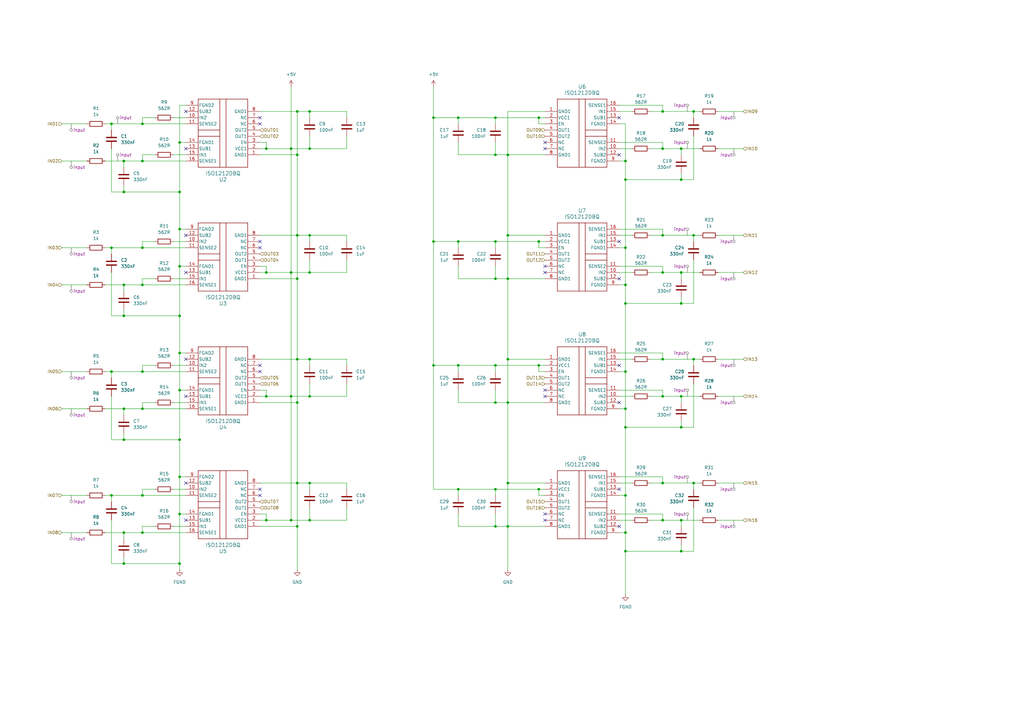
<source format=kicad_sch>
(kicad_sch (version 20231120) (generator "eeschema") (generator_version "8.0")
  (paper "A3")
  (junction (at 121.92 96.52))
  (junction (at 208.28 63.5))
  (junction (at 271.78 198.12))
  (junction (at 119.38 162.56))
  (junction (at 127 198.12))
  (junction (at 271.78 162.56))
  (junction (at 220.98 48.26))
  (junction (at 279.4 162.56))
  (junction (at 203.2 99.06))
  (junction (at 256.54 66.04))
  (junction (at 121.92 45.72))
  (junction (at 50.8 78.74))
  (junction (at 73.66 195.58))
  (junction (at 58.42 101.6))
  (junction (at 121.92 63.5))
  (junction (at 177.8 48.26))
  (junction (at 203.2 149.86))
  (junction (at 203.2 48.26))
  (junction (at 279.4 175.26))
  (junction (at 50.8 218.44))
  (junction (at 256.54 116.84))
  (junction (at 127 213.36))
  (junction (at 127 147.32))
  (junction (at 50.8 180.34))
  (junction (at 127 45.72))
  (junction (at 220.98 200.66))
  (junction (at 187.96 200.66))
  (junction (at 271.78 111.76))
  (junction (at 187.96 149.86))
  (junction (at 50.8 231.14))
  (junction (at 127 60.96))
  (junction (at 284.48 45.72))
  (junction (at 58.42 152.4))
  (junction (at 279.4 73.66))
  (junction (at 73.66 93.98))
  (junction (at 58.42 116.84))
  (junction (at 119.38 213.36))
  (junction (at 127 111.76))
  (junction (at 279.4 111.76))
  (junction (at 73.66 109.22))
  (junction (at 50.8 66.04))
  (junction (at 256.54 218.44))
  (junction (at 73.66 78.74))
  (junction (at 121.92 198.12))
  (junction (at 73.66 210.82))
  (junction (at 284.48 147.32))
  (junction (at 208.28 198.12))
  (junction (at 58.42 167.64))
  (junction (at 220.98 149.86))
  (junction (at 58.42 50.8))
  (junction (at 208.28 147.32))
  (junction (at 208.28 96.52))
  (junction (at 73.66 144.78))
  (junction (at 203.2 215.9))
  (junction (at 119.38 60.96))
  (junction (at 109.22 111.76))
  (junction (at 50.8 116.84))
  (junction (at 121.92 114.3))
  (junction (at 203.2 200.66))
  (junction (at 284.48 96.52))
  (junction (at 284.48 198.12))
  (junction (at 187.96 48.26))
  (junction (at 177.8 99.06))
  (junction (at 127 162.56))
  (junction (at 73.66 180.34))
  (junction (at 256.54 101.6))
  (junction (at 256.54 226.06))
  (junction (at 271.78 45.72))
  (junction (at 45.72 203.2))
  (junction (at 50.8 167.64))
  (junction (at 279.4 60.96))
  (junction (at 256.54 124.46))
  (junction (at 45.72 152.4))
  (junction (at 256.54 73.66))
  (junction (at 109.22 60.96))
  (junction (at 203.2 114.3))
  (junction (at 203.2 63.5))
  (junction (at 121.92 165.1))
  (junction (at 220.98 99.06))
  (junction (at 121.92 147.32))
  (junction (at 256.54 152.4))
  (junction (at 45.72 50.8))
  (junction (at 256.54 203.2))
  (junction (at 208.28 215.9))
  (junction (at 271.78 96.52))
  (junction (at 73.66 231.14))
  (junction (at 256.54 175.26))
  (junction (at 208.28 114.3))
  (junction (at 177.8 149.86))
  (junction (at 279.4 226.06))
  (junction (at 119.38 111.76))
  (junction (at 58.42 218.44))
  (junction (at 45.72 101.6))
  (junction (at 279.4 124.46))
  (junction (at 208.28 165.1))
  (junction (at 58.42 66.04))
  (junction (at 58.42 203.2))
  (junction (at 73.66 58.42))
  (junction (at 203.2 165.1))
  (junction (at 121.92 215.9))
  (junction (at 271.78 60.96))
  (junction (at 187.96 99.06))
  (junction (at 109.22 162.56))
  (junction (at 271.78 213.36))
  (junction (at 271.78 147.32))
  (junction (at 127 96.52))
  (junction (at 109.22 213.36))
  (junction (at 73.66 160.02))
  (junction (at 256.54 167.64))
  (junction (at 50.8 129.54))
  (junction (at 279.4 213.36))
  (junction (at 73.66 129.54))
  (no_connect (at 106.68 203.2))
  (no_connect (at 223.52 58.42))
  (no_connect (at 76.2 147.32))
  (no_connect (at 76.2 213.36))
  (no_connect (at 106.68 152.4))
  (no_connect (at 76.2 45.72))
  (no_connect (at 254 165.1))
  (no_connect (at 223.52 162.56))
  (no_connect (at 223.52 210.82))
  (no_connect (at 76.2 60.96))
  (no_connect (at 254 48.26))
  (no_connect (at 106.68 101.6))
  (no_connect (at 223.52 60.96))
  (no_connect (at 106.68 48.26))
  (no_connect (at 223.52 111.76))
  (no_connect (at 76.2 162.56))
  (no_connect (at 254 200.66))
  (no_connect (at 76.2 111.76))
  (no_connect (at 223.52 160.02))
  (no_connect (at 254 114.3))
  (no_connect (at 254 149.86))
  (no_connect (at 76.2 96.52))
  (no_connect (at 106.68 149.86))
  (no_connect (at 106.68 200.66))
  (no_connect (at 254 99.06))
  (no_connect (at 223.52 109.22))
  (no_connect (at 106.68 99.06))
  (no_connect (at 254 63.5))
  (no_connect (at 76.2 198.12))
  (no_connect (at 223.52 213.36))
  (no_connect (at 106.68 50.8))
  (no_connect (at 254 215.9))
  (wire (pts (xy 266.7 147.32) (xy 271.78 147.32)))
  (wire (pts (xy 106.68 213.36) (xy 109.22 213.36)))
  (wire (pts (xy 223.52 147.32) (xy 208.28 147.32)))
  (wire (pts (xy 121.92 198.12) (xy 121.92 215.9)))
  (wire (pts (xy 177.8 200.66) (xy 177.8 149.86)))
  (wire (pts (xy 287.02 213.36) (xy 279.4 213.36)))
  (wire (pts (xy 71.12 200.66) (xy 76.2 200.66)))
  (wire (pts (xy 58.42 167.64) (xy 76.2 167.64)))
  (wire (pts (xy 25.4 218.44) (xy 35.56 218.44)))
  (wire (pts (xy 121.92 45.72) (xy 121.92 63.5)))
  (wire (pts (xy 109.22 60.96) (xy 119.38 60.96)))
  (wire (pts (xy 73.66 93.98) (xy 73.66 109.22)))
  (wire (pts (xy 284.48 200.66) (xy 284.48 198.12)))
  (wire (pts (xy 284.48 99.06) (xy 284.48 96.52)))
  (wire (pts (xy 25.4 203.2) (xy 35.56 203.2)))
  (wire (pts (xy 127 157.48) (xy 127 162.56)))
  (wire (pts (xy 266.7 162.56) (xy 271.78 162.56)))
  (wire (pts (xy 284.48 175.26) (xy 279.4 175.26)))
  (wire (pts (xy 76.2 160.02) (xy 73.66 160.02)))
  (wire (pts (xy 109.22 213.36) (xy 119.38 213.36)))
  (wire (pts (xy 256.54 152.4) (xy 256.54 124.46)))
  (wire (pts (xy 76.2 210.82) (xy 73.66 210.82)))
  (wire (pts (xy 71.12 99.06) (xy 76.2 99.06)))
  (wire (pts (xy 73.66 129.54) (xy 73.66 144.78)))
  (wire (pts (xy 76.2 93.98) (xy 73.66 93.98)))
  (wire (pts (xy 279.4 213.36) (xy 271.78 213.36)))
  (wire (pts (xy 45.72 111.76) (xy 45.72 129.54)))
  (wire (pts (xy 187.96 165.1) (xy 203.2 165.1)))
  (wire (pts (xy 203.2 152.4) (xy 203.2 149.86)))
  (wire (pts (xy 256.54 203.2) (xy 254 203.2)))
  (wire (pts (xy 106.68 165.1) (xy 121.92 165.1)))
  (wire (pts (xy 223.52 152.4) (xy 220.98 152.4)))
  (wire (pts (xy 220.98 48.26) (xy 220.98 50.8)))
  (wire (pts (xy 109.22 210.82) (xy 109.22 213.36)))
  (wire (pts (xy 279.4 111.76) (xy 271.78 111.76)))
  (wire (pts (xy 287.02 147.32) (xy 284.48 147.32)))
  (wire (pts (xy 127 45.72) (xy 142.24 45.72)))
  (wire (pts (xy 177.8 200.66) (xy 187.96 200.66)))
  (wire (pts (xy 63.5 48.26) (xy 58.42 48.26)))
  (wire (pts (xy 109.22 160.02) (xy 109.22 162.56)))
  (wire (pts (xy 256.54 101.6) (xy 256.54 73.66)))
  (wire (pts (xy 287.02 162.56) (xy 279.4 162.56)))
  (wire (pts (xy 63.5 149.86) (xy 58.42 149.86)))
  (wire (pts (xy 50.8 228.6) (xy 50.8 231.14)))
  (wire (pts (xy 58.42 50.8) (xy 76.2 50.8)))
  (wire (pts (xy 256.54 175.26) (xy 279.4 175.26)))
  (wire (pts (xy 119.38 111.76) (xy 127 111.76)))
  (wire (pts (xy 63.5 215.9) (xy 58.42 215.9)))
  (wire (pts (xy 208.28 63.5) (xy 208.28 96.52)))
  (wire (pts (xy 271.78 160.02) (xy 271.78 162.56)))
  (wire (pts (xy 208.28 147.32) (xy 208.28 165.1)))
  (wire (pts (xy 187.96 215.9) (xy 203.2 215.9)))
  (wire (pts (xy 119.38 111.76) (xy 119.38 162.56)))
  (wire (pts (xy 254 111.76) (xy 259.08 111.76)))
  (wire (pts (xy 284.48 226.06) (xy 279.4 226.06)))
  (wire (pts (xy 25.4 152.4) (xy 35.56 152.4)))
  (wire (pts (xy 142.24 111.76) (xy 127 111.76)))
  (wire (pts (xy 43.18 50.8) (xy 45.72 50.8)))
  (wire (pts (xy 106.68 147.32) (xy 121.92 147.32)))
  (wire (pts (xy 45.72 154.94) (xy 45.72 152.4)))
  (wire (pts (xy 76.2 43.18) (xy 73.66 43.18)))
  (wire (pts (xy 254 58.42) (xy 271.78 58.42)))
  (wire (pts (xy 203.2 63.5) (xy 208.28 63.5)))
  (wire (pts (xy 256.54 152.4) (xy 254 152.4)))
  (wire (pts (xy 50.8 218.44) (xy 50.8 220.98)))
  (wire (pts (xy 63.5 63.5) (xy 58.42 63.5)))
  (wire (pts (xy 76.2 195.58) (xy 73.66 195.58)))
  (wire (pts (xy 254 116.84) (xy 256.54 116.84)))
  (wire (pts (xy 58.42 218.44) (xy 76.2 218.44)))
  (wire (pts (xy 203.2 210.82) (xy 203.2 215.9)))
  (wire (pts (xy 254 195.58) (xy 271.78 195.58)))
  (wire (pts (xy 187.96 101.6) (xy 187.96 99.06)))
  (wire (pts (xy 50.8 76.2) (xy 50.8 78.74)))
  (wire (pts (xy 271.78 96.52) (xy 284.48 96.52)))
  (wire (pts (xy 187.96 200.66) (xy 203.2 200.66)))
  (wire (pts (xy 25.4 101.6) (xy 35.56 101.6)))
  (wire (pts (xy 223.52 215.9) (xy 208.28 215.9)))
  (wire (pts (xy 187.96 203.2) (xy 187.96 200.66)))
  (wire (pts (xy 109.22 162.56) (xy 119.38 162.56)))
  (wire (pts (xy 45.72 60.96) (xy 45.72 78.74)))
  (wire (pts (xy 279.4 162.56) (xy 271.78 162.56)))
  (wire (pts (xy 266.7 96.52) (xy 271.78 96.52)))
  (wire (pts (xy 271.78 195.58) (xy 271.78 198.12)))
  (wire (pts (xy 254 93.98) (xy 271.78 93.98)))
  (wire (pts (xy 279.4 213.36) (xy 279.4 215.9)))
  (wire (pts (xy 256.54 73.66) (xy 256.54 66.04)))
  (wire (pts (xy 256.54 101.6) (xy 254 101.6)))
  (wire (pts (xy 223.52 198.12) (xy 208.28 198.12)))
  (wire (pts (xy 25.4 116.84) (xy 35.56 116.84)))
  (wire (pts (xy 203.2 215.9) (xy 208.28 215.9)))
  (wire (pts (xy 76.2 109.22) (xy 73.66 109.22)))
  (wire (pts (xy 50.8 66.04) (xy 50.8 68.58)))
  (wire (pts (xy 220.98 48.26) (xy 223.52 48.26)))
  (wire (pts (xy 127 213.36) (xy 119.38 213.36)))
  (wire (pts (xy 142.24 48.26) (xy 142.24 45.72)))
  (wire (pts (xy 73.66 78.74) (xy 73.66 93.98)))
  (wire (pts (xy 254 213.36) (xy 259.08 213.36)))
  (wire (pts (xy 256.54 203.2) (xy 256.54 175.26)))
  (wire (pts (xy 76.2 58.42) (xy 73.66 58.42)))
  (wire (pts (xy 254 147.32) (xy 259.08 147.32)))
  (wire (pts (xy 50.8 218.44) (xy 58.42 218.44)))
  (wire (pts (xy 208.28 96.52) (xy 208.28 114.3)))
  (wire (pts (xy 106.68 96.52) (xy 121.92 96.52)))
  (wire (pts (xy 177.8 149.86) (xy 177.8 99.06)))
  (wire (pts (xy 63.5 165.1) (xy 58.42 165.1)))
  (wire (pts (xy 73.66 231.14) (xy 73.66 233.68)))
  (wire (pts (xy 119.38 35.56) (xy 119.38 60.96)))
  (wire (pts (xy 279.4 111.76) (xy 279.4 114.3)))
  (wire (pts (xy 223.52 203.2) (xy 220.98 203.2)))
  (wire (pts (xy 45.72 53.34) (xy 45.72 50.8)))
  (wire (pts (xy 142.24 208.28) (xy 142.24 213.36)))
  (wire (pts (xy 106.68 45.72) (xy 121.92 45.72)))
  (wire (pts (xy 254 218.44) (xy 256.54 218.44)))
  (wire (pts (xy 304.8 213.36) (xy 294.64 213.36)))
  (wire (pts (xy 127 149.86) (xy 127 147.32)))
  (wire (pts (xy 271.78 198.12) (xy 284.48 198.12)))
  (wire (pts (xy 71.12 165.1) (xy 76.2 165.1)))
  (wire (pts (xy 45.72 231.14) (xy 50.8 231.14)))
  (wire (pts (xy 43.18 66.04) (xy 50.8 66.04)))
  (wire (pts (xy 203.2 149.86) (xy 220.98 149.86)))
  (wire (pts (xy 121.92 215.9) (xy 121.92 233.68)))
  (wire (pts (xy 45.72 203.2) (xy 58.42 203.2)))
  (wire (pts (xy 266.7 60.96) (xy 271.78 60.96)))
  (wire (pts (xy 142.24 99.06) (xy 142.24 96.52)))
  (wire (pts (xy 203.2 160.02) (xy 203.2 165.1)))
  (wire (pts (xy 177.8 99.06) (xy 187.96 99.06)))
  (wire (pts (xy 271.78 147.32) (xy 284.48 147.32)))
  (wire (pts (xy 25.4 167.64) (xy 35.56 167.64)))
  (wire (pts (xy 142.24 106.68) (xy 142.24 111.76)))
  (wire (pts (xy 284.48 157.48) (xy 284.48 175.26)))
  (wire (pts (xy 121.92 165.1) (xy 121.92 198.12)))
  (wire (pts (xy 187.96 50.8) (xy 187.96 48.26)))
  (wire (pts (xy 187.96 152.4) (xy 187.96 149.86)))
  (wire (pts (xy 127 48.26) (xy 127 45.72)))
  (wire (pts (xy 50.8 116.84) (xy 50.8 119.38)))
  (wire (pts (xy 142.24 200.66) (xy 142.24 198.12)))
  (wire (pts (xy 203.2 165.1) (xy 208.28 165.1)))
  (wire (pts (xy 271.78 109.22) (xy 271.78 111.76)))
  (wire (pts (xy 256.54 218.44) (xy 256.54 203.2)))
  (wire (pts (xy 203.2 200.66) (xy 220.98 200.66)))
  (wire (pts (xy 58.42 99.06) (xy 58.42 101.6)))
  (wire (pts (xy 142.24 60.96) (xy 127 60.96)))
  (wire (pts (xy 254 109.22) (xy 271.78 109.22)))
  (wire (pts (xy 203.2 109.22) (xy 203.2 114.3)))
  (wire (pts (xy 71.12 149.86) (xy 76.2 149.86)))
  (wire (pts (xy 76.2 144.78) (xy 73.66 144.78)))
  (wire (pts (xy 142.24 213.36) (xy 127 213.36)))
  (wire (pts (xy 271.78 58.42) (xy 271.78 60.96)))
  (wire (pts (xy 256.54 226.06) (xy 256.54 218.44)))
  (wire (pts (xy 45.72 104.14) (xy 45.72 101.6)))
  (wire (pts (xy 220.98 99.06) (xy 223.52 99.06)))
  (wire (pts (xy 142.24 157.48) (xy 142.24 162.56)))
  (wire (pts (xy 223.52 114.3) (xy 208.28 114.3)))
  (wire (pts (xy 254 45.72) (xy 259.08 45.72)))
  (wire (pts (xy 254 162.56) (xy 259.08 162.56)))
  (wire (pts (xy 279.4 223.52) (xy 279.4 226.06)))
  (wire (pts (xy 50.8 127) (xy 50.8 129.54)))
  (wire (pts (xy 50.8 116.84) (xy 58.42 116.84)))
  (wire (pts (xy 71.12 48.26) (xy 76.2 48.26)))
  (wire (pts (xy 203.2 48.26) (xy 220.98 48.26)))
  (wire (pts (xy 45.72 213.36) (xy 45.72 231.14)))
  (wire (pts (xy 25.4 50.8) (xy 35.56 50.8)))
  (wire (pts (xy 256.54 243.84) (xy 256.54 226.06)))
  (wire (pts (xy 106.68 162.56) (xy 109.22 162.56)))
  (wire (pts (xy 203.2 58.42) (xy 203.2 63.5)))
  (wire (pts (xy 223.52 96.52) (xy 208.28 96.52)))
  (wire (pts (xy 223.52 50.8) (xy 220.98 50.8)))
  (wire (pts (xy 109.22 111.76) (xy 119.38 111.76)))
  (wire (pts (xy 43.18 101.6) (xy 45.72 101.6)))
  (wire (pts (xy 121.92 198.12) (xy 127 198.12)))
  (wire (pts (xy 279.4 60.96) (xy 279.4 63.5)))
  (wire (pts (xy 121.92 63.5) (xy 121.92 96.52)))
  (wire (pts (xy 45.72 78.74) (xy 50.8 78.74)))
  (wire (pts (xy 73.66 58.42) (xy 73.66 78.74)))
  (wire (pts (xy 208.28 45.72) (xy 208.28 63.5)))
  (wire (pts (xy 256.54 175.26) (xy 256.54 167.64)))
  (wire (pts (xy 50.8 129.54) (xy 73.66 129.54)))
  (wire (pts (xy 271.78 210.82) (xy 271.78 213.36)))
  (wire (pts (xy 121.92 45.72) (xy 127 45.72)))
  (wire (pts (xy 284.48 48.26) (xy 284.48 45.72)))
  (wire (pts (xy 279.4 121.92) (xy 279.4 124.46)))
  (wire (pts (xy 119.38 162.56) (xy 119.38 213.36)))
  (wire (pts (xy 254 43.18) (xy 271.78 43.18)))
  (wire (pts (xy 287.02 60.96) (xy 279.4 60.96)))
  (wire (pts (xy 187.96 160.02) (xy 187.96 165.1)))
  (wire (pts (xy 220.98 200.66) (xy 223.52 200.66)))
  (wire (pts (xy 304.8 198.12) (xy 294.64 198.12)))
  (wire (pts (xy 284.48 124.46) (xy 279.4 124.46)))
  (wire (pts (xy 127 55.88) (xy 127 60.96)))
  (wire (pts (xy 73.66 160.02) (xy 73.66 180.34)))
  (wire (pts (xy 45.72 101.6) (xy 58.42 101.6)))
  (wire (pts (xy 50.8 167.64) (xy 58.42 167.64)))
  (wire (pts (xy 121.92 147.32) (xy 121.92 165.1)))
  (wire (pts (xy 284.48 208.28) (xy 284.48 226.06)))
  (wire (pts (xy 254 96.52) (xy 259.08 96.52)))
  (wire (pts (xy 271.78 144.78) (xy 271.78 147.32)))
  (wire (pts (xy 304.8 111.76) (xy 294.64 111.76)))
  (wire (pts (xy 266.7 45.72) (xy 271.78 45.72)))
  (wire (pts (xy 254 167.64) (xy 256.54 167.64)))
  (wire (pts (xy 71.12 215.9) (xy 76.2 215.9)))
  (wire (pts (xy 106.68 58.42) (xy 109.22 58.42)))
  (wire (pts (xy 45.72 162.56) (xy 45.72 180.34)))
  (wire (pts (xy 50.8 78.74) (xy 73.66 78.74)))
  (wire (pts (xy 45.72 205.74) (xy 45.72 203.2)))
  (wire (pts (xy 127 99.06) (xy 127 96.52)))
  (wire (pts (xy 106.68 210.82) (xy 109.22 210.82)))
  (wire (pts (xy 63.5 114.3) (xy 58.42 114.3)))
  (wire (pts (xy 127 106.68) (xy 127 111.76)))
  (wire (pts (xy 106.68 215.9) (xy 121.92 215.9)))
  (wire (pts (xy 58.42 152.4) (xy 76.2 152.4)))
  (wire (pts (xy 254 210.82) (xy 271.78 210.82)))
  (wire (pts (xy 271.78 93.98) (xy 271.78 96.52)))
  (wire (pts (xy 220.98 99.06) (xy 220.98 101.6)))
  (wire (pts (xy 127 208.28) (xy 127 213.36)))
  (wire (pts (xy 43.18 218.44) (xy 50.8 218.44)))
  (wire (pts (xy 203.2 99.06) (xy 220.98 99.06)))
  (wire (pts (xy 127 96.52) (xy 142.24 96.52)))
  (wire (pts (xy 127 162.56) (xy 119.38 162.56)))
  (wire (pts (xy 121.92 96.52) (xy 121.92 114.3)))
  (wire (pts (xy 58.42 66.04) (xy 76.2 66.04)))
  (wire (pts (xy 220.98 200.66) (xy 220.98 203.2)))
  (wire (pts (xy 266.7 111.76) (xy 271.78 111.76)))
  (wire (pts (xy 58.42 63.5) (xy 58.42 66.04)))
  (wire (pts (xy 284.48 73.66) (xy 279.4 73.66)))
  (wire (pts (xy 58.42 116.84) (xy 76.2 116.84)))
  (wire (pts (xy 187.96 149.86) (xy 203.2 149.86)))
  (wire (pts (xy 58.42 203.2) (xy 76.2 203.2)))
  (wire (pts (xy 50.8 231.14) (xy 73.66 231.14)))
  (wire (pts (xy 187.96 210.82) (xy 187.96 215.9)))
  (wire (pts (xy 58.42 149.86) (xy 58.42 152.4)))
  (wire (pts (xy 109.22 58.42) (xy 109.22 60.96)))
  (wire (pts (xy 256.54 167.64) (xy 256.54 152.4)))
  (wire (pts (xy 287.02 111.76) (xy 279.4 111.76)))
  (wire (pts (xy 279.4 162.56) (xy 279.4 165.1)))
  (wire (pts (xy 106.68 109.22) (xy 109.22 109.22)))
  (wire (pts (xy 284.48 55.88) (xy 284.48 73.66)))
  (wire (pts (xy 187.96 149.86) (xy 177.8 149.86)))
  (wire (pts (xy 287.02 45.72) (xy 284.48 45.72)))
  (wire (pts (xy 73.66 210.82) (xy 73.66 231.14)))
  (wire (pts (xy 223.52 45.72) (xy 208.28 45.72)))
  (wire (pts (xy 142.24 162.56) (xy 127 162.56)))
  (wire (pts (xy 58.42 114.3) (xy 58.42 116.84)))
  (wire (pts (xy 63.5 200.66) (xy 58.42 200.66)))
  (wire (pts (xy 58.42 48.26) (xy 58.42 50.8)))
  (wire (pts (xy 106.68 60.96) (xy 109.22 60.96)))
  (wire (pts (xy 73.66 109.22) (xy 73.66 129.54)))
  (wire (pts (xy 304.8 147.32) (xy 294.64 147.32)))
  (wire (pts (xy 279.4 60.96) (xy 271.78 60.96)))
  (wire (pts (xy 271.78 43.18) (xy 271.78 45.72)))
  (wire (pts (xy 43.18 152.4) (xy 45.72 152.4)))
  (wire (pts (xy 121.92 114.3) (xy 121.92 147.32)))
  (wire (pts (xy 73.66 43.18) (xy 73.66 58.42)))
  (wire (pts (xy 203.2 114.3) (xy 208.28 114.3)))
  (wire (pts (xy 203.2 101.6) (xy 203.2 99.06)))
  (wire (pts (xy 50.8 177.8) (xy 50.8 180.34)))
  (wire (pts (xy 58.42 165.1) (xy 58.42 167.64)))
  (wire (pts (xy 287.02 96.52) (xy 284.48 96.52)))
  (wire (pts (xy 187.96 99.06) (xy 203.2 99.06)))
  (wire (pts (xy 208.28 165.1) (xy 208.28 198.12)))
  (wire (pts (xy 223.52 165.1) (xy 208.28 165.1)))
  (wire (pts (xy 254 60.96) (xy 259.08 60.96)))
  (wire (pts (xy 203.2 50.8) (xy 203.2 48.26)))
  (wire (pts (xy 121.92 96.52) (xy 127 96.52)))
  (wire (pts (xy 106.68 198.12) (xy 121.92 198.12)))
  (wire (pts (xy 208.28 215.9) (xy 208.28 233.68)))
  (wire (pts (xy 304.8 60.96) (xy 294.64 60.96)))
  (wire (pts (xy 45.72 129.54) (xy 50.8 129.54)))
  (wire (pts (xy 208.28 114.3) (xy 208.28 147.32)))
  (wire (pts (xy 256.54 66.04) (xy 256.54 50.8)))
  (wire (pts (xy 45.72 152.4) (xy 58.42 152.4)))
  (wire (pts (xy 256.54 50.8) (xy 254 50.8)))
  (wire (pts (xy 58.42 101.6) (xy 76.2 101.6)))
  (wire (pts (xy 304.8 162.56) (xy 294.64 162.56)))
  (wire (pts (xy 71.12 114.3) (xy 76.2 114.3)))
  (wire (pts (xy 279.4 71.12) (xy 279.4 73.66)))
  (wire (pts (xy 109.22 109.22) (xy 109.22 111.76)))
  (wire (pts (xy 203.2 203.2) (xy 203.2 200.66)))
  (wire (pts (xy 279.4 172.72) (xy 279.4 175.26)))
  (wire (pts (xy 266.7 213.36) (xy 271.78 213.36)))
  (wire (pts (xy 43.18 203.2) (xy 45.72 203.2)))
  (wire (pts (xy 58.42 200.66) (xy 58.42 203.2)))
  (wire (pts (xy 266.7 198.12) (xy 271.78 198.12)))
  (wire (pts (xy 187.96 58.42) (xy 187.96 63.5)))
  (wire (pts (xy 256.54 124.46) (xy 279.4 124.46)))
  (wire (pts (xy 119.38 60.96) (xy 119.38 111.76)))
  (wire (pts (xy 50.8 167.64) (xy 50.8 170.18)))
  (wire (pts (xy 304.8 96.52) (xy 294.64 96.52)))
  (wire (pts (xy 43.18 116.84) (xy 50.8 116.84)))
  (wire (pts (xy 256.54 124.46) (xy 256.54 116.84)))
  (wire (pts (xy 177.8 48.26) (xy 187.96 48.26)))
  (wire (pts (xy 254 144.78) (xy 271.78 144.78)))
  (wire (pts (xy 187.96 109.22) (xy 187.96 114.3)))
  (wire (pts (xy 177.8 48.26) (xy 177.8 99.06)))
  (wire (pts (xy 187.96 114.3) (xy 203.2 114.3)))
  (wire (pts (xy 106.68 114.3) (xy 121.92 114.3)))
  (wire (pts (xy 50.8 66.04) (xy 58.42 66.04)))
  (wire (pts (xy 284.48 106.68) (xy 284.48 124.46)))
  (wire (pts (xy 304.8 45.72) (xy 294.64 45.72)))
  (wire (pts (xy 223.52 63.5) (xy 208.28 63.5)))
  (wire (pts (xy 73.66 144.78) (xy 73.66 160.02)))
  (wire (pts (xy 73.66 195.58) (xy 73.66 210.82)))
  (wire (pts (xy 63.5 99.06) (xy 58.42 99.06)))
  (wire (pts (xy 256.54 116.84) (xy 256.54 101.6)))
  (wire (pts (xy 45.72 180.34) (xy 50.8 180.34)))
  (wire (pts (xy 127 147.32) (xy 142.24 147.32)))
  (wire (pts (xy 121.92 147.32) (xy 127 147.32)))
  (wire (pts (xy 50.8 180.34) (xy 73.66 180.34)))
  (wire (pts (xy 73.66 180.34) (xy 73.66 195.58)))
  (wire (pts (xy 254 198.12) (xy 259.08 198.12)))
  (wire (pts (xy 284.48 149.86) (xy 284.48 147.32)))
  (wire (pts (xy 256.54 73.66) (xy 279.4 73.66)))
  (wire (pts (xy 106.68 111.76) (xy 109.22 111.76)))
  (wire (pts (xy 223.52 101.6) (xy 220.98 101.6)))
  (wire (pts (xy 208.28 198.12) (xy 208.28 215.9)))
  (wire (pts (xy 177.8 35.56) (xy 177.8 48.26)))
  (wire (pts (xy 71.12 63.5) (xy 76.2 63.5)))
  (wire (pts (xy 271.78 45.72) (xy 284.48 45.72)))
  (wire (pts (xy 106.68 160.02) (xy 109.22 160.02)))
  (wire (pts (xy 58.42 215.9) (xy 58.42 218.44)))
  (wire (pts (xy 25.4 66.04) (xy 35.56 66.04)))
  (wire (pts (xy 287.02 198.12) (xy 284.48 198.12)))
  (wire (pts (xy 106.68 63.5) (xy 121.92 63.5)))
  (wire (pts (xy 142.24 55.88) (xy 142.24 60.96)))
  (wire (pts (xy 220.98 149.86) (xy 223.52 149.86)))
  (wire (pts (xy 45.72 50.8) (xy 58.42 50.8)))
  (wire (pts (xy 43.18 167.64) (xy 50.8 167.64)))
  (wire (pts (xy 254 160.02) (xy 271.78 160.02)))
  (wire (pts (xy 256.54 226.06) (xy 279.4 226.06)))
  (wire (pts (xy 119.38 60.96) (xy 127 60.96)))
  (wire (pts (xy 220.98 149.86) (xy 220.98 152.4)))
  (wire (pts (xy 254 66.04) (xy 256.54 66.04)))
  (wire (pts (xy 187.96 63.5) (xy 203.2 63.5)))
  (wire (pts (xy 127 200.66) (xy 127 198.12)))
  (wire (pts (xy 127 198.12) (xy 142.24 198.12)))
  (wire (pts (xy 187.96 48.26) (xy 203.2 48.26)))
  (wire (pts (xy 142.24 149.86) (xy 142.24 147.32)))
  (hierarchical_label "OUT13" (shape input) (at 223.52 154.94 180))
  (hierarchical_label "IN11" (shape input) (at 304.8 96.52 0))
  (hierarchical_label "IN16" (shape input) (at 304.8 213.36 0))
  (hierarchical_label "IN06" (shape input) (at 25.4 167.64 180))
  (hierarchical_label "OUT12" (shape input) (at 223.52 106.68 180))
  (hierarchical_label "IN03" (shape input) (at 25.4 101.6 180))
  (hierarchical_label "OUT03" (shape input) (at 106.68 104.14 0))
  (hierarchical_label "IN09" (shape input) (at 304.8 45.72 0))
  (hierarchical_label "OUT04" (shape input) (at 106.68 106.68 0))
  (hierarchical_label "OUT15" (shape input) (at 223.52 205.74 180))
  (hierarchical_label "IN14" (shape input) (at 304.8 162.56 0))
  (hierarchical_label "OUT07" (shape input) (at 106.68 205.74 0))
  (hierarchical_label "OUT16" (shape input) (at 223.52 208.28 180))
  (hierarchical_label "OUT10" (shape input) (at 223.52 55.88 180))
  (hierarchical_label "OUT09" (shape input) (at 223.52 53.34 180))
  (hierarchical_label "IN08" (shape input) (at 25.4 218.44 180))
  (hierarchical_label "OUT11" (shape input) (at 223.52 104.14 180))
  (hierarchical_label "OUT08" (shape input) (at 106.68 208.28 0))
  (hierarchical_label "OUT05" (shape input) (at 106.68 154.94 0))
  (hierarchical_label "OUT01" (shape input) (at 106.68 53.34 0))
  (hierarchical_label "OUT02" (shape input) (at 106.68 55.88 0))
  (hierarchical_label "IN12" (shape input) (at 304.8 111.76 0))
  (hierarchical_label "IN07" (shape input) (at 25.4 203.2 180))
  (hierarchical_label "IN04" (shape input) (at 25.4 116.84 180))
  (hierarchical_label "OUT06" (shape input) (at 106.68 157.48 0))
  (hierarchical_label "OUT14" (shape input) (at 223.52 157.48 180))
  (hierarchical_label "IN01" (shape input) (at 25.4 50.8 180))
  (hierarchical_label "IN02" (shape input) (at 25.4 66.04 180))
  (hierarchical_label "IN05" (shape input) (at 25.4 152.4 180))
  (hierarchical_label "IN10" (shape input) (at 304.8 60.96 0))
  (hierarchical_label "IN15" (shape input) (at 304.8 198.12 0))
  (hierarchical_label "IN13" (shape input) (at 304.8 147.32 0))
  (netclass_flag "" (length 2.54) (shape round) (at 281.94 96.52 0) (property "Netclass" "input" (at 281.2415 93.98 0) (effects (font (italic yes)) (justify right))))
  (netclass_flag "" (length 2.54) (shape round) (at 281.94 147.32 0) (property "Netclass" "input" (at 281.2415 144.78 0) (effects (font (italic yes)) (justify right))))
  (netclass_flag "" (length 2.54) (shape round) (at 281.94 45.72 0) (property "Netclass" "input" (at 281.2415 43.18 0) (effects (font (italic yes)) (justify right))))
  (netclass_flag "" (length 2.54) (shape round) (at 29.21 116.84 180) (property "Netclass" "input" (at 29.9085 119.38 0) (effects (font (italic yes)) (justify left))))
  (netclass_flag "" (length 2.54) (shape round) (at 300.99 162.56 180) (property "Netclass" "input" (at 300.2915 165.1 0) (effects (font (italic yes)) (justify right))))
  (netclass_flag "" (length 2.54) (shape round) (at 300.99 60.96 180) (property "Netclass" "input" (at 300.2915 63.5 0) (effects (font (italic yes)) (justify right))))
  (netclass_flag "" (length 2.54) (shape round) (at 48.26 66.04 0) (property "Netclass" "input" (at 48.9585 63.5 0) (effects (font (italic yes)) (justify left))))
  (netclass_flag "" (length 2.54) (shape round) (at 300.99 147.32 180) (property "Netclass" "input" (at 300.2915 149.86 0) (effects (font (italic yes)) (justify right))))
  (netclass_flag "" (length 2.54) (shape round) (at 281.94 111.76 0) (property "Netclass" "input" (at 281.2415 109.22 0) (effects (font (italic yes)) (justify right))))
  (netclass_flag "" (length 2.54) (shape round) (at 281.94 198.12 0) (property "Netclass" "input" (at 281.2415 195.58 0) (effects (font (italic yes)) (justify right))))
  (netclass_flag "" (length 2.54) (shape round) (at 29.21 167.64 180) (property "Netclass" "input" (at 29.9085 170.18 0) (effects (font (italic yes)) (justify left))))
  (netclass_flag "" (length 2.54) (shape round) (at 29.21 203.2 180) (property "Netclass" "input" (at 29.9085 205.74 0) (effects (font (italic yes)) (justify left))))
  (netclass_flag "" (length 2.54) (shape round) (at 48.26 50.8 0) (property "Netclass" "input" (at 48.9585 48.26 0) (effects (font (italic yes)) (justify left))))
  (netclass_flag "" (length 2.54) (shape round) (at 300.99 213.36 180) (property "Netclass" "input" (at 300.2915 215.9 0) (effects (font (italic yes)) (justify right))))
  (netclass_flag "" (length 2.54) (shape round) (at 300.99 45.72 180) (property "Netclass" "input" (at 300.2915 48.26 0) (effects (font (italic yes)) (justify right))))
  (netclass_flag "" (length 2.54) (shape round) (at 29.21 218.44 180) (property "Netclass" "input" (at 29.9085 220.98 0) (effects (font (italic yes)) (justify left))))
  (netclass_flag "" (length 2.54) (shape round) (at 281.94 60.96 0) (property "Netclass" "input" (at 281.2415 58.42 0) (effects (font (italic yes)) (justify right))))
  (netclass_flag "" (length 2.54) (shape round) (at 29.21 152.4 180) (property "Netclass" "input" (at 29.9085 154.94 0) (effects (font (italic yes)) (justify left))))
  (netclass_flag "" (length 2.54) (shape round) (at 300.99 111.76 180) (property "Netclass" "input" (at 300.2915 114.3 0) (effects (font (italic yes)) (justify right))))
  (netclass_flag "" (length 2.54) (shape round) (at 29.21 50.8 180) (property "Netclass" "input" (at 29.9085 53.34 0) (effects (font (italic yes)) (justify left))))
  (netclass_flag "" (length 2.54) (shape round) (at 281.94 213.36 0) (property "Netclass" "input" (at 281.2415 210.82 0) (effects (font (italic yes)) (justify right))))
  (netclass_flag "" (length 2.54) (shape round) (at 29.21 101.6 180) (property "Netclass" "input" (at 29.9085 104.14 0) (effects (font (italic yes)) (justify left))))
  (netclass_flag "" (length 2.54) (shape round) (at 300.99 198.12 180) (property "Netclass" "input" (at 300.2915 200.66 0) (effects (font (italic yes)) (justify right))))
  (netclass_flag "" (length 2.54) (shape round) (at 300.99 96.52 180) (property "Netclass" "input" (at 300.2915 99.06 0) (effects (font (italic yes)) (justify right))))
  (netclass_flag "" (length 2.54) (shape round) (at 29.21 66.04 180) (property "Netclass" "input" (at 29.9085 68.58 0) (effects (font (italic yes)) (justify left))))
  (netclass_flag "" (length 2.54) (shape round) (at 281.94 162.56 0) (property "Netclass" "input" (at 281.2415 160.02 0) (effects (font (italic yes)) (justify right))))
  (symbol (lib_name "C_330nF_50V_1206_1") (lib_id "kicad_inventree_lib:C_330nF_50V_1206") (at 284.48 102.87 0) (mirror y) (unit 1)
    (property "Reference" "C24" (at 280.67 101.5999 0) (effects (justify left)))
    (property "Value" "330nF" (at 280.67 104.1399 0) (effects (justify left)))
    (property "Footprint" "Capacitor_SMD:C_1206_3216Metric_Pad1.33x1.80mm_HandSolder" (effects (hide yes)))
    (property "Datasheet" "http://inventree.network/part/104/" (effects (hide yes)))
    (property "Description" "Unpolarized capacitor" (effects (hide yes)))
    (property "part_ipn" "C_330nF_50V_1206" (effects (hide yes)))
  )
  (symbol (lib_id "kicad_inventree_lib:R_1k_1206_1%") (at 39.37 101.6 90) (unit 1)
    (property "Reference" "R3" (at 39.37 95.25 90))
    (property "Value" "1k" (at 39.37 97.79 90))
    (property "Footprint" "Resistor_SMD:R_1206_3216Metric_Pad1.30x1.75mm_HandSolder" (effects (hide yes)))
    (property "Datasheet" "http://inventree.network/part/60/" (effects (hide yes)))
    (property "Description" "Resistor" (effects (hide yes)))
    (property "NextPCB_price" "0.00169" (effects (hide yes)))
    (property "NextPCB_url" "https://www.hqonline.com/product-detail/chip-resistors-fojan-frc1206f3301ts-2500354421" (effects (hide yes)))
    (property "part_ipn" "R_1k_1206_1%" (effects (hide yes)))
  )
  (symbol (lib_id "kicad_inventree_lib:R_1k_1206_1%") (at 290.83 198.12 270) (mirror x) (unit 1)
    (property "Reference" "R31" (at 290.83 191.77 90))
    (property "Value" "1k" (at 290.83 194.31 90))
    (property "Footprint" "Resistor_SMD:R_1206_3216Metric_Pad1.30x1.75mm_HandSolder" (effects (hide yes)))
    (property "Datasheet" "http://inventree.network/part/60/" (effects (hide yes)))
    (property "Description" "Resistor" (effects (hide yes)))
    (property "NextPCB_price" "0.00169" (effects (hide yes)))
    (property "NextPCB_url" "https://www.hqonline.com/product-detail/chip-resistors-fojan-frc1206f3301ts-2500354421" (effects (hide yes)))
    (property "part_ipn" "R_1k_1206_1%" (effects (hide yes)))
  )
  (symbol (lib_id "kicad_inventree_lib:R_562R_1206_1%") (at 67.31 200.66 90) (unit 1)
    (property "Reference" "R15" (at 67.31 194.31 90))
    (property "Value" "562R" (at 67.31 196.85 90))
    (property "Footprint" "Resistor_SMD:R_1206_3216Metric_Pad1.30x1.75mm_HandSolder" (effects (hide yes)))
    (property "Datasheet" "http://inventree.network/part/103/" (effects (hide yes)))
    (property "Description" "Resistor" (effects (hide yes)))
    (property "part_ipn" "R_562R_1206_1%" (effects (hide yes)))
  )
  (symbol (lib_id "kicad_inventree_lib:C_100nF_50V_1206") (at 203.2 207.01 0) (mirror y) (unit 1)
    (property "Reference" "C30" (at 199.39 205.7399 0) (effects (justify left)))
    (property "Value" "100nF" (at 199.39 208.2799 0) (effects (justify left)))
    (property "Footprint" "Capacitor_SMD:C_1206_3216Metric_Pad1.33x1.80mm_HandSolder" (effects (hide yes)))
    (property "Datasheet" "http://inventree.network/part/44/" (effects (hide yes)))
    (property "Description" "Unpolarized capacitor" (effects (hide yes)))
    (property "part_ipn" "C_100nF_50V_1206" (effects (hide yes)))
  )
  (symbol (lib_id "kicad_inventree_lib:ISO1212") (at 91.44 198.12 180) (unit 1)
    (property "Reference" "U5" (at 91.44 226.06 0) (effects (font (size 1.524 1.524))))
    (property "Value" "ISO1212DBQ" (at 91.44 223.52 0) (effects (font (size 1.524 1.524))))
    (property "Footprint" "kicad_inventree_lib:DBQ0016A_M" (effects (hide yes)))
    (property "Datasheet" "http://inventree.network/part/102/" (effects (hide yes)))
    (property "part_ipn" "ISO1212" (effects (hide yes)))
  )
  (symbol (lib_id "kicad_inventree_lib:C_330nF_50V_1206") (at 50.8 173.99 0) (unit 1)
    (property "Reference" "C7" (at 54.61 172.7199 0) (effects (justify left)))
    (property "Value" "330nF" (at 54.61 175.2599 0) (effects (justify left)))
    (property "Footprint" "Capacitor_SMD:C_1206_3216Metric_Pad1.33x1.80mm_HandSolder" (effects (hide yes)))
    (property "Datasheet" "http://inventree.network/part/104/" (effects (hide yes)))
    (property "Description" "Unpolarized capacitor" (effects (hide yes)))
    (property "part_ipn" "C_330nF_50V_1206" (effects (hide yes)))
  )
  (symbol (lib_id "kicad_inventree_lib:R_562R_1206_1%") (at 262.89 96.52 270) (mirror x) (unit 1)
    (property "Reference" "R21" (at 262.89 90.17 90))
    (property "Value" "562R" (at 262.89 92.71 90))
    (property "Footprint" "Resistor_SMD:R_1206_3216Metric_Pad1.30x1.75mm_HandSolder" (effects (hide yes)))
    (property "Datasheet" "http://inventree.network/part/103/" (effects (hide yes)))
    (property "Description" "Resistor" (effects (hide yes)))
    (property "part_ipn" "R_562R_1206_1%" (effects (hide yes)))
  )
  (symbol (lib_id "kicad_inventree_lib:ISO1212") (at 238.76 165.1 0) (unit 1)
    (property "Reference" "U8" (at 238.76 137.16 0) (effects (font (size 1.524 1.524))))
    (property "Value" "ISO1212DBQ" (at 238.76 139.7 0) (effects (font (size 1.524 1.524))))
    (property "Footprint" "kicad_inventree_lib:DBQ0016A_M" (effects (hide yes)))
    (property "Datasheet" "http://inventree.network/part/102/" (effects (hide yes)))
    (property "part_ipn" "ISO1212" (effects (hide yes)))
  )
  (symbol (lib_id "kicad_inventree_lib:C_1uF_50V_1206") (at 142.24 52.07 0) (unit 1)
    (property "Reference" "C13" (at 146.05 50.7999 0) (effects (justify left)))
    (property "Value" "1uF" (at 146.05 53.3399 0) (effects (justify left)))
    (property "Footprint" "Capacitor_SMD:C_1206_3216Metric_Pad1.33x1.80mm_HandSolder" (effects (hide yes)))
    (property "Datasheet" "http://inventree.network/part/44/" (effects (hide yes)))
    (property "Description" "Unpolarized capacitor" (effects (hide yes)))
    (property "part_ipn" "C_1uF_50V_1206" (effects (hide yes)))
  )
  (symbol (lib_id "kicad_inventree_lib:R_562R_1206_1%") (at 67.31 48.26 90) (unit 1)
    (property "Reference" "R9" (at 67.31 41.91 90))
    (property "Value" "562R" (at 67.31 44.45 90))
    (property "Footprint" "Resistor_SMD:R_1206_3216Metric_Pad1.30x1.75mm_HandSolder" (effects (hide yes)))
    (property "Datasheet" "http://inventree.network/part/103/" (effects (hide yes)))
    (property "Description" "Resistor" (effects (hide yes)))
    (property "part_ipn" "R_562R_1206_1%" (effects (hide yes)))
  )
  (symbol (lib_id "kicad_inventree_lib:R_562R_1206_1%") (at 262.89 147.32 270) (mirror x) (unit 1)
    (property "Reference" "R25" (at 262.89 140.97 90))
    (property "Value" "562R" (at 262.89 143.51 90))
    (property "Footprint" "Resistor_SMD:R_1206_3216Metric_Pad1.30x1.75mm_HandSolder" (effects (hide yes)))
    (property "Datasheet" "http://inventree.network/part/103/" (effects (hide yes)))
    (property "Description" "Resistor" (effects (hide yes)))
    (property "part_ipn" "R_562R_1206_1%" (effects (hide yes)))
  )
  (symbol (lib_id "kicad_inventree_lib:R_562R_1206_1%") (at 67.31 63.5 90) (unit 1)
    (property "Reference" "R10" (at 67.31 57.15 90))
    (property "Value" "562R" (at 67.31 59.69 90))
    (property "Footprint" "Resistor_SMD:R_1206_3216Metric_Pad1.30x1.75mm_HandSolder" (effects (hide yes)))
    (property "Datasheet" "http://inventree.network/part/103/" (effects (hide yes)))
    (property "Description" "Resistor" (effects (hide yes)))
    (property "part_ipn" "R_562R_1206_1%" (effects (hide yes)))
  )
  (symbol (lib_id "kicad_inventree_lib:R_1k_1206_1%") (at 39.37 116.84 90) (unit 1)
    (property "Reference" "R4" (at 39.37 110.49 90))
    (property "Value" "1k" (at 39.37 113.03 90))
    (property "Footprint" "Resistor_SMD:R_1206_3216Metric_Pad1.30x1.75mm_HandSolder" (effects (hide yes)))
    (property "Datasheet" "http://inventree.network/part/60/" (effects (hide yes)))
    (property "Description" "Resistor" (effects (hide yes)))
    (property "NextPCB_price" "0.00169" (effects (hide yes)))
    (property "NextPCB_url" "https://www.hqonline.com/product-detail/chip-resistors-fojan-frc1206f3301ts-2500354421" (effects (hide yes)))
    (property "part_ipn" "R_1k_1206_1%" (effects (hide yes)))
  )
  (symbol (lib_id "kicad_inventree_lib:R_562R_1206_1%") (at 262.89 60.96 270) (mirror x) (unit 1)
    (property "Reference" "R18" (at 262.89 54.61 90))
    (property "Value" "562R" (at 262.89 57.15 90))
    (property "Footprint" "Resistor_SMD:R_1206_3216Metric_Pad1.30x1.75mm_HandSolder" (effects (hide yes)))
    (property "Datasheet" "http://inventree.network/part/103/" (effects (hide yes)))
    (property "Description" "Resistor" (effects (hide yes)))
    (property "part_ipn" "R_562R_1206_1%" (effects (hide yes)))
  )
  (symbol (lib_id "kicad_inventree_lib:C_1uF_50V_1206") (at 142.24 204.47 0) (unit 1)
    (property "Reference" "C16" (at 146.05 203.1999 0) (effects (justify left)))
    (property "Value" "1uF" (at 146.05 205.7399 0) (effects (justify left)))
    (property "Footprint" "Capacitor_SMD:C_1206_3216Metric_Pad1.33x1.80mm_HandSolder" (effects (hide yes)))
    (property "Datasheet" "http://inventree.network/part/44/" (effects (hide yes)))
    (property "Description" "Unpolarized capacitor" (effects (hide yes)))
    (property "part_ipn" "C_1uF_50V_1206" (effects (hide yes)))
  )
  (symbol (lib_id "kicad_inventree_lib:C_1uF_50V_1206") (at 187.96 156.21 0) (mirror y) (unit 1)
    (property "Reference" "C25" (at 184.15 154.9399 0) (effects (justify left)))
    (property "Value" "1uF" (at 184.15 157.4799 0) (effects (justify left)))
    (property "Footprint" "Capacitor_SMD:C_1206_3216Metric_Pad1.33x1.80mm_HandSolder" (effects (hide yes)))
    (property "Datasheet" "http://inventree.network/part/44/" (effects (hide yes)))
    (property "Description" "Unpolarized capacitor" (effects (hide yes)))
    (property "part_ipn" "C_1uF_50V_1206" (effects (hide yes)))
  )
  (symbol (lib_name "C_330nF_50V_1206_1") (lib_id "kicad_inventree_lib:C_330nF_50V_1206") (at 45.72 158.75 0) (unit 1)
    (property "Reference" "C3" (at 49.53 157.4799 0) (effects (justify left)))
    (property "Value" "330nF" (at 49.53 160.0199 0) (effects (justify left)))
    (property "Footprint" "Capacitor_SMD:C_1206_3216Metric_Pad1.33x1.80mm_HandSolder" (effects (hide yes)))
    (property "Datasheet" "http://inventree.network/part/104/" (effects (hide yes)))
    (property "Description" "Unpolarized capacitor" (effects (hide yes)))
    (property "part_ipn" "C_330nF_50V_1206" (effects (hide yes)))
  )
  (symbol (lib_id "kicad_inventree_lib:R_562R_1206_1%") (at 67.31 165.1 90) (unit 1)
    (property "Reference" "R14" (at 67.31 158.75 90))
    (property "Value" "562R" (at 67.31 161.29 90))
    (property "Footprint" "Resistor_SMD:R_1206_3216Metric_Pad1.30x1.75mm_HandSolder" (effects (hide yes)))
    (property "Datasheet" "http://inventree.network/part/103/" (effects (hide yes)))
    (property "Description" "Resistor" (effects (hide yes)))
    (property "part_ipn" "R_562R_1206_1%" (effects (hide yes)))
  )
  (symbol (lib_name "C_330nF_50V_1206_1") (lib_id "kicad_inventree_lib:C_330nF_50V_1206") (at 284.48 204.47 0) (mirror y) (unit 1)
    (property "Reference" "C32" (at 280.67 203.1999 0) (effects (justify left)))
    (property "Value" "330nF" (at 280.67 205.7399 0) (effects (justify left)))
    (property "Footprint" "Capacitor_SMD:C_1206_3216Metric_Pad1.33x1.80mm_HandSolder" (effects (hide yes)))
    (property "Datasheet" "http://inventree.network/part/104/" (effects (hide yes)))
    (property "Description" "Unpolarized capacitor" (effects (hide yes)))
    (property "part_ipn" "C_330nF_50V_1206" (effects (hide yes)))
  )
  (symbol (lib_id "kicad_inventree_lib:C_1uF_50V_1206") (at 142.24 102.87 0) (unit 1)
    (property "Reference" "C14" (at 146.05 101.5999 0) (effects (justify left)))
    (property "Value" "1uF" (at 146.05 104.1399 0) (effects (justify left)))
    (property "Footprint" "Capacitor_SMD:C_1206_3216Metric_Pad1.33x1.80mm_HandSolder" (effects (hide yes)))
    (property "Datasheet" "http://inventree.network/part/44/" (effects (hide yes)))
    (property "Description" "Unpolarized capacitor" (effects (hide yes)))
    (property "part_ipn" "C_1uF_50V_1206" (effects (hide yes)))
  )
  (symbol (lib_id "kicad_inventree_lib:R_562R_1206_1%") (at 262.89 213.36 270) (mirror x) (unit 1)
    (property "Reference" "R30" (at 262.89 207.01 90))
    (property "Value" "562R" (at 262.89 209.55 90))
    (property "Footprint" "Resistor_SMD:R_1206_3216Metric_Pad1.30x1.75mm_HandSolder" (effects (hide yes)))
    (property "Datasheet" "http://inventree.network/part/103/" (effects (hide yes)))
    (property "Description" "Resistor" (effects (hide yes)))
    (property "part_ipn" "R_562R_1206_1%" (effects (hide yes)))
  )
  (symbol (lib_id "kicad_inventree_lib:ISO1212") (at 238.76 63.5 0) (unit 1)
    (property "Reference" "U6" (at 238.76 35.56 0) (effects (font (size 1.524 1.524))))
    (property "Value" "ISO1212DBQ" (at 238.76 38.1 0) (effects (font (size 1.524 1.524))))
    (property "Footprint" "kicad_inventree_lib:DBQ0016A_M" (effects (hide yes)))
    (property "Datasheet" "http://inventree.network/part/102/" (effects (hide yes)))
    (property "part_ipn" "ISO1212" (effects (hide yes)))
  )
  (symbol (lib_id "power:GND") (at 208.28 233.68 0) (unit 1)
    (property "Reference" "#PWR013" (effects (hide yes)))
    (property "Value" "GND" (at 208.28 238.76 0))
    (property "Description" "Power symbol creates a global label with name \"GND\" , ground" (effects (hide yes)))
  )
  (symbol (lib_id "kicad_inventree_lib:R_1k_1206_1%") (at 39.37 218.44 90) (unit 1)
    (property "Reference" "R8" (at 39.37 212.09 90))
    (property "Value" "1k" (at 39.37 214.63 90))
    (property "Footprint" "Resistor_SMD:R_1206_3216Metric_Pad1.30x1.75mm_HandSolder" (effects (hide yes)))
    (property "Datasheet" "http://inventree.network/part/60/" (effects (hide yes)))
    (property "Description" "Resistor" (effects (hide yes)))
    (property "NextPCB_price" "0.00169" (effects (hide yes)))
    (property "NextPCB_url" "https://www.hqonline.com/product-detail/chip-resistors-fojan-frc1206f3301ts-2500354421" (effects (hide yes)))
    (property "part_ipn" "R_1k_1206_1%" (effects (hide yes)))
  )
  (symbol (lib_id "kicad_inventree_lib:C_1uF_50V_1206") (at 187.96 105.41 0) (mirror y) (unit 1)
    (property "Reference" "C21" (at 184.15 104.1399 0) (effects (justify left)))
    (property "Value" "1uF" (at 184.15 106.6799 0) (effects (justify left)))
    (property "Footprint" "Capacitor_SMD:C_1206_3216Metric_Pad1.33x1.80mm_HandSolder" (effects (hide yes)))
    (property "Datasheet" "http://inventree.network/part/44/" (effects (hide yes)))
    (property "Description" "Unpolarized capacitor" (effects (hide yes)))
    (property "part_ipn" "C_1uF_50V_1206" (effects (hide yes)))
  )
  (symbol (lib_id "kicad_inventree_lib:R_562R_1206_1%") (at 67.31 215.9 90) (unit 1)
    (property "Reference" "R16" (at 67.31 209.55 90))
    (property "Value" "562R" (at 67.31 212.09 90))
    (property "Footprint" "Resistor_SMD:R_1206_3216Metric_Pad1.30x1.75mm_HandSolder" (effects (hide yes)))
    (property "Datasheet" "http://inventree.network/part/103/" (effects (hide yes)))
    (property "Description" "Resistor" (effects (hide yes)))
    (property "part_ipn" "R_562R_1206_1%" (effects (hide yes)))
  )
  (symbol (lib_id "kicad_inventree_lib:C_330nF_50V_1206") (at 279.4 168.91 0) (mirror y) (unit 1)
    (property "Reference" "C27" (at 275.59 167.6399 0) (effects (justify left)))
    (property "Value" "330nF" (at 275.59 170.1799 0) (effects (justify left)))
    (property "Footprint" "Capacitor_SMD:C_1206_3216Metric_Pad1.33x1.80mm_HandSolder" (effects (hide yes)))
    (property "Datasheet" "http://inventree.network/part/104/" (effects (hide yes)))
    (property "Description" "Unpolarized capacitor" (effects (hide yes)))
    (property "part_ipn" "C_330nF_50V_1206" (effects (hide yes)))
  )
  (symbol (lib_id "kicad_inventree_lib:R_562R_1206_1%") (at 67.31 99.06 90) (unit 1)
    (property "Reference" "R11" (at 67.31 92.71 90))
    (property "Value" "562R" (at 67.31 95.25 90))
    (property "Footprint" "Resistor_SMD:R_1206_3216Metric_Pad1.30x1.75mm_HandSolder" (effects (hide yes)))
    (property "Datasheet" "http://inventree.network/part/103/" (effects (hide yes)))
    (property "Description" "Resistor" (effects (hide yes)))
    (property "part_ipn" "R_562R_1206_1%" (effects (hide yes)))
  )
  (symbol (lib_id "kicad_inventree_lib:C_1uF_50V_1206") (at 142.24 153.67 0) (unit 1)
    (property "Reference" "C15" (at 146.05 152.3999 0) (effects (justify left)))
    (property "Value" "1uF" (at 146.05 154.9399 0) (effects (justify left)))
    (property "Footprint" "Capacitor_SMD:C_1206_3216Metric_Pad1.33x1.80mm_HandSolder" (effects (hide yes)))
    (property "Datasheet" "http://inventree.network/part/44/" (effects (hide yes)))
    (property "Description" "Unpolarized capacitor" (effects (hide yes)))
    (property "part_ipn" "C_1uF_50V_1206" (effects (hide yes)))
  )
  (symbol (lib_id "kicad_inventree_lib:R_1k_1206_1%") (at 290.83 60.96 270) (mirror x) (unit 1)
    (property "Reference" "R20" (at 290.83 54.61 90))
    (property "Value" "1k" (at 290.83 57.15 90))
    (property "Footprint" "Resistor_SMD:R_1206_3216Metric_Pad1.30x1.75mm_HandSolder" (effects (hide yes)))
    (property "Datasheet" "http://inventree.network/part/60/" (effects (hide yes)))
    (property "Description" "Resistor" (effects (hide yes)))
    (property "NextPCB_price" "0.00169" (effects (hide yes)))
    (property "NextPCB_url" "https://www.hqonline.com/product-detail/chip-resistors-fojan-frc1206f3301ts-2500354421" (effects (hide yes)))
    (property "part_ipn" "R_1k_1206_1%" (effects (hide yes)))
  )
  (symbol (lib_name "C_330nF_50V_1206_1") (lib_id "kicad_inventree_lib:C_330nF_50V_1206") (at 45.72 57.15 0) (unit 1)
    (property "Reference" "C1" (at 49.53 55.8799 0) (effects (justify left)))
    (property "Value" "330nF" (at 49.53 58.4199 0) (effects (justify left)))
    (property "Footprint" "Capacitor_SMD:C_1206_3216Metric_Pad1.33x1.80mm_HandSolder" (effects (hide yes)))
    (property "Datasheet" "http://inventree.network/part/104/" (effects (hide yes)))
    (property "Description" "Unpolarized capacitor" (effects (hide yes)))
    (property "part_ipn" "C_330nF_50V_1206" (effects (hide yes)))
  )
  (symbol (lib_id "kicad_inventree_lib:ISO1212") (at 91.44 147.32 180) (unit 1)
    (property "Reference" "U4" (at 91.44 175.26 0) (effects (font (size 1.524 1.524))))
    (property "Value" "ISO1212DBQ" (at 91.44 172.72 0) (effects (font (size 1.524 1.524))))
    (property "Footprint" "kicad_inventree_lib:DBQ0016A_M" (effects (hide yes)))
    (property "Datasheet" "http://inventree.network/part/102/" (effects (hide yes)))
    (property "part_ipn" "ISO1212" (effects (hide yes)))
  )
  (symbol (lib_id "power:+5V") (at 177.8 35.56 0) (unit 1)
    (property "Reference" "#PWR012" (effects (hide yes)))
    (property "Value" "+5V" (at 177.8 30.48 0))
    (property "Description" "Power symbol creates a global label with name \"+5V\"" (effects (hide yes)))
  )
  (symbol (lib_id "kicad_inventree_lib:R_562R_1206_1%") (at 67.31 114.3 90) (unit 1)
    (property "Reference" "R12" (at 67.31 107.95 90))
    (property "Value" "562R" (at 67.31 110.49 90))
    (property "Footprint" "Resistor_SMD:R_1206_3216Metric_Pad1.30x1.75mm_HandSolder" (effects (hide yes)))
    (property "Datasheet" "http://inventree.network/part/103/" (effects (hide yes)))
    (property "Description" "Resistor" (effects (hide yes)))
    (property "part_ipn" "R_562R_1206_1%" (effects (hide yes)))
  )
  (symbol (lib_id "kicad_inventree_lib:C_330nF_50V_1206") (at 50.8 224.79 0) (unit 1)
    (property "Reference" "C8" (at 54.61 223.5199 0) (effects (justify left)))
    (property "Value" "330nF" (at 54.61 226.0599 0) (effects (justify left)))
    (property "Footprint" "Capacitor_SMD:C_1206_3216Metric_Pad1.33x1.80mm_HandSolder" (effects (hide yes)))
    (property "Datasheet" "http://inventree.network/part/104/" (effects (hide yes)))
    (property "Description" "Unpolarized capacitor" (effects (hide yes)))
    (property "part_ipn" "C_330nF_50V_1206" (effects (hide yes)))
  )
  (symbol (lib_id "kicad_inventree_lib:R_1k_1206_1%") (at 290.83 45.72 270) (mirror x) (unit 1)
    (property "Reference" "R19" (at 290.83 39.37 90))
    (property "Value" "1k" (at 290.83 41.91 90))
    (property "Footprint" "Resistor_SMD:R_1206_3216Metric_Pad1.30x1.75mm_HandSolder" (effects (hide yes)))
    (property "Datasheet" "http://inventree.network/part/60/" (effects (hide yes)))
    (property "Description" "Resistor" (effects (hide yes)))
    (property "NextPCB_price" "0.00169" (effects (hide yes)))
    (property "NextPCB_url" "https://www.hqonline.com/product-detail/chip-resistors-fojan-frc1206f3301ts-2500354421" (effects (hide yes)))
    (property "part_ipn" "R_1k_1206_1%" (effects (hide yes)))
  )
  (symbol (lib_id "power:GND") (at 121.92 233.68 0) (unit 1)
    (property "Reference" "#PWR011" (effects (hide yes)))
    (property "Value" "GND" (at 121.92 238.76 0))
    (property "Description" "Power symbol creates a global label with name \"GND\" , ground" (effects (hide yes)))
  )
  (symbol (lib_id "kicad_inventree_lib:R_1k_1206_1%") (at 290.83 162.56 270) (mirror x) (unit 1)
    (property "Reference" "R28" (at 290.83 156.21 90))
    (property "Value" "1k" (at 290.83 158.75 90))
    (property "Footprint" "Resistor_SMD:R_1206_3216Metric_Pad1.30x1.75mm_HandSolder" (effects (hide yes)))
    (property "Datasheet" "http://inventree.network/part/60/" (effects (hide yes)))
    (property "Description" "Resistor" (effects (hide yes)))
    (property "NextPCB_price" "0.00169" (effects (hide yes)))
    (property "NextPCB_url" "https://www.hqonline.com/product-detail/chip-resistors-fojan-frc1206f3301ts-2500354421" (effects (hide yes)))
    (property "part_ipn" "R_1k_1206_1%" (effects (hide yes)))
  )
  (symbol (lib_id "kicad_inventree_lib:R_562R_1206_1%") (at 262.89 198.12 270) (mirror x) (unit 1)
    (property "Reference" "R29" (at 262.89 191.77 90))
    (property "Value" "562R" (at 262.89 194.31 90))
    (property "Footprint" "Resistor_SMD:R_1206_3216Metric_Pad1.30x1.75mm_HandSolder" (effects (hide yes)))
    (property "Datasheet" "http://inventree.network/part/103/" (effects (hide yes)))
    (property "Description" "Resistor" (effects (hide yes)))
    (property "part_ipn" "R_562R_1206_1%" (effects (hide yes)))
  )
  (symbol (lib_id "kicad_inventree_lib:R_1k_1206_1%") (at 290.83 147.32 270) (mirror x) (unit 1)
    (property "Reference" "R27" (at 290.83 140.97 90))
    (property "Value" "1k" (at 290.83 143.51 90))
    (property "Footprint" "Resistor_SMD:R_1206_3216Metric_Pad1.30x1.75mm_HandSolder" (effects (hide yes)))
    (property "Datasheet" "http://inventree.network/part/60/" (effects (hide yes)))
    (property "Description" "Resistor" (effects (hide yes)))
    (property "NextPCB_price" "0.00169" (effects (hide yes)))
    (property "NextPCB_url" "https://www.hqonline.com/product-detail/chip-resistors-fojan-frc1206f3301ts-2500354421" (effects (hide yes)))
    (property "part_ipn" "R_1k_1206_1%" (effects (hide yes)))
  )
  (symbol (lib_id "kicad_inventree_lib:C_100nF_50V_1206") (at 127 102.87 0) (unit 1)
    (property "Reference" "C10" (at 130.81 101.5999 0) (effects (justify left)))
    (property "Value" "100nF" (at 130.81 104.1399 0) (effects (justify left)))
    (property "Footprint" "Capacitor_SMD:C_1206_3216Metric_Pad1.33x1.80mm_HandSolder" (effects (hide yes)))
    (property "Datasheet" "http://inventree.network/part/44/" (effects (hide yes)))
    (property "Description" "Unpolarized capacitor" (effects (hide yes)))
    (property "part_ipn" "C_100nF_50V_1206" (effects (hide yes)))
  )
  (symbol (lib_id "kicad_inventree_lib:R_1k_1206_1%") (at 290.83 111.76 270) (mirror x) (unit 1)
    (property "Reference" "R24" (at 290.83 105.41 90))
    (property "Value" "1k" (at 290.83 107.95 90))
    (property "Footprint" "Resistor_SMD:R_1206_3216Metric_Pad1.30x1.75mm_HandSolder" (effects (hide yes)))
    (property "Datasheet" "http://inventree.network/part/60/" (effects (hide yes)))
    (property "Description" "Resistor" (effects (hide yes)))
    (property "NextPCB_price" "0.00169" (effects (hide yes)))
    (property "NextPCB_url" "https://www.hqonline.com/product-detail/chip-resistors-fojan-frc1206f3301ts-2500354421" (effects (hide yes)))
    (property "part_ipn" "R_1k_1206_1%" (effects (hide yes)))
  )
  (symbol (lib_id "power:GND") (at 256.54 243.84 0) (unit 1)
    (property "Reference" "#PWR014" (effects (hide yes)))
    (property "Value" "FGND" (at 256.54 248.92 0))
    (property "Description" "Power symbol creates a global label with name \"GND\" , ground" (effects (hide yes)))
  )
  (symbol (lib_name "C_330nF_50V_1206_1") (lib_id "kicad_inventree_lib:C_330nF_50V_1206") (at 284.48 153.67 0) (mirror y) (unit 1)
    (property "Reference" "C28" (at 280.67 152.3999 0) (effects (justify left)))
    (property "Value" "330nF" (at 280.67 154.9399 0) (effects (justify left)))
    (property "Footprint" "Capacitor_SMD:C_1206_3216Metric_Pad1.33x1.80mm_HandSolder" (effects (hide yes)))
    (property "Datasheet" "http://inventree.network/part/104/" (effects (hide yes)))
    (property "Description" "Unpolarized capacitor" (effects (hide yes)))
    (property "part_ipn" "C_330nF_50V_1206" (effects (hide yes)))
  )
  (symbol (lib_id "kicad_inventree_lib:R_1k_1206_1%") (at 290.83 96.52 270) (mirror x) (unit 1)
    (property "Reference" "R23" (at 290.83 90.17 90))
    (property "Value" "1k" (at 290.83 92.71 90))
    (property "Footprint" "Resistor_SMD:R_1206_3216Metric_Pad1.30x1.75mm_HandSolder" (effects (hide yes)))
    (property "Datasheet" "http://inventree.network/part/60/" (effects (hide yes)))
    (property "Description" "Resistor" (effects (hide yes)))
    (property "NextPCB_price" "0.00169" (effects (hide yes)))
    (property "NextPCB_url" "https://www.hqonline.com/product-detail/chip-resistors-fojan-frc1206f3301ts-2500354421" (effects (hide yes)))
    (property "part_ipn" "R_1k_1206_1%" (effects (hide yes)))
  )
  (symbol (lib_id "kicad_inventree_lib:C_100nF_50V_1206") (at 203.2 54.61 0) (mirror y) (unit 1)
    (property "Reference" "C18" (at 199.39 53.3399 0) (effects (justify left)))
    (property "Value" "100nF" (at 199.39 55.8799 0) (effects (justify left)))
    (property "Footprint" "Capacitor_SMD:C_1206_3216Metric_Pad1.33x1.80mm_HandSolder" (effects (hide yes)))
    (property "Datasheet" "http://inventree.network/part/44/" (effects (hide yes)))
    (property "Description" "Unpolarized capacitor" (effects (hide yes)))
    (property "part_ipn" "C_100nF_50V_1206" (effects (hide yes)))
  )
  (symbol (lib_id "kicad_inventree_lib:C_330nF_50V_1206") (at 279.4 118.11 0) (mirror y) (unit 1)
    (property "Reference" "C23" (at 275.59 116.8399 0) (effects (justify left)))
    (property "Value" "330nF" (at 275.59 119.3799 0) (effects (justify left)))
    (property "Footprint" "Capacitor_SMD:C_1206_3216Metric_Pad1.33x1.80mm_HandSolder" (effects (hide yes)))
    (property "Datasheet" "http://inventree.network/part/104/" (effects (hide yes)))
    (property "Description" "Unpolarized capacitor" (effects (hide yes)))
    (property "part_ipn" "C_330nF_50V_1206" (effects (hide yes)))
  )
  (symbol (lib_id "power:+5V") (at 119.38 35.56 0) (unit 1)
    (property "Reference" "#PWR010" (effects (hide yes)))
    (property "Value" "+5V" (at 119.38 30.48 0))
    (property "Description" "Power symbol creates a global label with name \"+5V\"" (effects (hide yes)))
  )
  (symbol (lib_id "kicad_inventree_lib:R_562R_1206_1%") (at 67.31 149.86 90) (unit 1)
    (property "Reference" "R13" (at 67.31 143.51 90))
    (property "Value" "562R" (at 67.31 146.05 90))
    (property "Footprint" "Resistor_SMD:R_1206_3216Metric_Pad1.30x1.75mm_HandSolder" (effects (hide yes)))
    (property "Datasheet" "http://inventree.network/part/103/" (effects (hide yes)))
    (property "Description" "Resistor" (effects (hide yes)))
    (property "part_ipn" "R_562R_1206_1%" (effects (hide yes)))
  )
  (symbol (lib_id "kicad_inventree_lib:R_1k_1206_1%") (at 39.37 50.8 90) (unit 1)
    (property "Reference" "R1" (at 39.37 44.45 90))
    (property "Value" "1k" (at 39.37 46.99 90))
    (property "Footprint" "Resistor_SMD:R_1206_3216Metric_Pad1.30x1.75mm_HandSolder" (effects (hide yes)))
    (property "Datasheet" "http://inventree.network/part/60/" (effects (hide yes)))
    (property "Description" "Resistor" (effects (hide yes)))
    (property "NextPCB_price" "0.00169" (effects (hide yes)))
    (property "NextPCB_url" "https://www.hqonline.com/product-detail/chip-resistors-fojan-frc1206f3301ts-2500354421" (effects (hide yes)))
    (property "part_ipn" "R_1k_1206_1%" (effects (hide yes)))
  )
  (symbol (lib_id "kicad_inventree_lib:C_1uF_50V_1206") (at 187.96 207.01 0) (mirror y) (unit 1)
    (property "Reference" "C29" (at 184.15 205.7399 0) (effects (justify left)))
    (property "Value" "1uF" (at 184.15 208.2799 0) (effects (justify left)))
    (property "Footprint" "Capacitor_SMD:C_1206_3216Metric_Pad1.33x1.80mm_HandSolder" (effects (hide yes)))
    (property "Datasheet" "http://inventree.network/part/44/" (effects (hide yes)))
    (property "Description" "Unpolarized capacitor" (effects (hide yes)))
    (property "part_ipn" "C_1uF_50V_1206" (effects (hide yes)))
  )
  (symbol (lib_id "kicad_inventree_lib:R_562R_1206_1%") (at 262.89 162.56 270) (mirror x) (unit 1)
    (property "Reference" "R26" (at 262.89 156.21 90))
    (property "Value" "562R" (at 262.89 158.75 90))
    (property "Footprint" "Resistor_SMD:R_1206_3216Metric_Pad1.30x1.75mm_HandSolder" (effects (hide yes)))
    (property "Datasheet" "http://inventree.network/part/103/" (effects (hide yes)))
    (property "Description" "Resistor" (effects (hide yes)))
    (property "part_ipn" "R_562R_1206_1%" (effects (hide yes)))
  )
  (symbol (lib_id "kicad_inventree_lib:C_100nF_50V_1206") (at 127 52.07 0) (unit 1)
    (property "Reference" "C9" (at 130.81 50.7999 0) (effects (justify left)))
    (property "Value" "100nF" (at 130.81 53.3399 0) (effects (justify left)))
    (property "Footprint" "Capacitor_SMD:C_1206_3216Metric_Pad1.33x1.80mm_HandSolder" (effects (hide yes)))
    (property "Datasheet" "http://inventree.network/part/44/" (effects (hide yes)))
    (property "Description" "Unpolarized capacitor" (effects (hide yes)))
    (property "part_ipn" "C_100nF_50V_1206" (effects (hide yes)))
  )
  (symbol (lib_id "kicad_inventree_lib:R_1k_1206_1%") (at 39.37 66.04 90) (unit 1)
    (property "Reference" "R2" (at 39.37 59.69 90))
    (property "Value" "1k" (at 39.37 62.23 90))
    (property "Footprint" "Resistor_SMD:R_1206_3216Metric_Pad1.30x1.75mm_HandSolder" (effects (hide yes)))
    (property "Datasheet" "http://inventree.network/part/60/" (effects (hide yes)))
    (property "Description" "Resistor" (effects (hide yes)))
    (property "NextPCB_price" "0.00169" (effects (hide yes)))
    (property "NextPCB_url" "https://www.hqonline.com/product-detail/chip-resistors-fojan-frc1206f3301ts-2500354421" (effects (hide yes)))
    (property "part_ipn" "R_1k_1206_1%" (effects (hide yes)))
  )
  (symbol (lib_id "kicad_inventree_lib:C_100nF_50V_1206") (at 127 153.67 0) (unit 1)
    (property "Reference" "C11" (at 130.81 152.3999 0) (effects (justify left)))
    (property "Value" "100nF" (at 130.81 154.9399 0) (effects (justify left)))
    (property "Footprint" "Capacitor_SMD:C_1206_3216Metric_Pad1.33x1.80mm_HandSolder" (effects (hide yes)))
    (property "Datasheet" "http://inventree.network/part/44/" (effects (hide yes)))
    (property "Description" "Unpolarized capacitor" (effects (hide yes)))
    (property "part_ipn" "C_100nF_50V_1206" (effects (hide yes)))
  )
  (symbol (lib_id "kicad_inventree_lib:R_1k_1206_1%") (at 39.37 203.2 90) (unit 1)
    (property "Reference" "R7" (at 39.37 196.85 90))
    (property "Value" "1k" (at 39.37 199.39 90))
    (property "Footprint" "Resistor_SMD:R_1206_3216Metric_Pad1.30x1.75mm_HandSolder" (effects (hide yes)))
    (property "Datasheet" "http://inventree.network/part/60/" (effects (hide yes)))
    (property "Description" "Resistor" (effects (hide yes)))
    (property "NextPCB_price" "0.00169" (effects (hide yes)))
    (property "NextPCB_url" "https://www.hqonline.com/product-detail/chip-resistors-fojan-frc1206f3301ts-2500354421" (effects (hide yes)))
    (property "part_ipn" "R_1k_1206_1%" (effects (hide yes)))
  )
  (symbol (lib_id "kicad_inventree_lib:C_330nF_50V_1206") (at 279.4 219.71 0) (mirror y) (unit 1)
    (property "Reference" "C31" (at 275.59 218.4399 0) (effects (justify left)))
    (property "Value" "330nF" (at 275.59 220.9799 0) (effects (justify left)))
    (property "Footprint" "Capacitor_SMD:C_1206_3216Metric_Pad1.33x1.80mm_HandSolder" (effects (hide yes)))
    (property "Datasheet" "http://inventree.network/part/104/" (effects (hide yes)))
    (property "Description" "Unpolarized capacitor" (effects (hide yes)))
    (property "part_ipn" "C_330nF_50V_1206" (effects (hide yes)))
  )
  (symbol (lib_id "kicad_inventree_lib:R_1k_1206_1%") (at 39.37 152.4 90) (unit 1)
    (property "Reference" "R5" (at 39.37 146.05 90))
    (property "Value" "1k" (at 39.37 148.59 90))
    (property "Footprint" "Resistor_SMD:R_1206_3216Metric_Pad1.30x1.75mm_HandSolder" (effects (hide yes)))
    (property "Datasheet" "http://inventree.network/part/60/" (effects (hide yes)))
    (property "Description" "Resistor" (effects (hide yes)))
    (property "NextPCB_price" "0.00169" (effects (hide yes)))
    (property "NextPCB_url" "https://www.hqonline.com/product-detail/chip-resistors-fojan-frc1206f3301ts-2500354421" (effects (hide yes)))
    (property "part_ipn" "R_1k_1206_1%" (effects (hide yes)))
  )
  (symbol (lib_id "kicad_inventree_lib:R_562R_1206_1%") (at 262.89 45.72 270) (mirror x) (unit 1)
    (property "Reference" "R17" (at 262.89 39.37 90))
    (property "Value" "562R" (at 262.89 41.91 90))
    (property "Footprint" "Resistor_SMD:R_1206_3216Metric_Pad1.30x1.75mm_HandSolder" (effects (hide yes)))
    (property "Datasheet" "http://inventree.network/part/103/" (effects (hide yes)))
    (property "Description" "Resistor" (effects (hide yes)))
    (property "part_ipn" "R_562R_1206_1%" (effects (hide yes)))
  )
  (symbol (lib_id "kicad_inventree_lib:C_1uF_50V_1206") (at 187.96 54.61 0) (mirror y) (unit 1)
    (property "Reference" "C17" (at 184.15 53.3399 0) (effects (justify left)))
    (property "Value" "1uF" (at 184.15 55.8799 0) (effects (justify left)))
    (property "Footprint" "Capacitor_SMD:C_1206_3216Metric_Pad1.33x1.80mm_HandSolder" (effects (hide yes)))
    (property "Datasheet" "http://inventree.network/part/44/" (effects (hide yes)))
    (property "Description" "Unpolarized capacitor" (effects (hide yes)))
    (property "part_ipn" "C_1uF_50V_1206" (effects (hide yes)))
  )
  (symbol (lib_id "kicad_inventree_lib:C_100nF_50V_1206") (at 127 204.47 0) (unit 1)
    (property "Reference" "C12" (at 130.81 203.1999 0) (effects (justify left)))
    (property "Value" "100nF" (at 130.81 205.7399 0) (effects (justify left)))
    (property "Footprint" "Capacitor_SMD:C_1206_3216Metric_Pad1.33x1.80mm_HandSolder" (effects (hide yes)))
    (property "Datasheet" "http://inventree.network/part/44/" (effects (hide yes)))
    (property "Description" "Unpolarized capacitor" (effects (hide yes)))
    (property "part_ipn" "C_100nF_50V_1206" (effects (hide yes)))
  )
  (symbol (lib_id "power:GND") (at 73.66 233.68 0) (unit 1)
    (property "Reference" "#PWR09" (effects (hide yes)))
    (property "Value" "FGND" (at 73.66 238.76 0))
    (property "Description" "Power symbol creates a global label with name \"GND\" , ground" (effects (hide yes)))
  )
  (symbol (lib_id "kicad_inventree_lib:R_562R_1206_1%") (at 262.89 111.76 270) (mirror x) (unit 1)
    (property "Reference" "R22" (at 262.89 105.41 90))
    (property "Value" "562R" (at 262.89 107.95 90))
    (property "Footprint" "Resistor_SMD:R_1206_3216Metric_Pad1.30x1.75mm_HandSolder" (effects (hide yes)))
    (property "Datasheet" "http://inventree.network/part/103/" (effects (hide yes)))
    (property "Description" "Resistor" (effects (hide yes)))
    (property "part_ipn" "R_562R_1206_1%" (effects (hide yes)))
  )
  (symbol (lib_id "kicad_inventree_lib:C_330nF_50V_1206") (at 50.8 72.39 0) (unit 1)
    (property "Reference" "C5" (at 54.61 71.1199 0) (effects (justify left)))
    (property "Value" "330nF" (at 54.61 73.6599 0) (effects (justify left)))
    (property "Footprint" "Capacitor_SMD:C_1206_3216Metric_Pad1.33x1.80mm_HandSolder" (effects (hide yes)))
    (property "Datasheet" "http://inventree.network/part/104/" (effects (hide yes)))
    (property "Description" "Unpolarized capacitor" (effects (hide yes)))
    (property "part_ipn" "C_330nF_50V_1206" (effects (hide yes)))
  )
  (symbol (lib_id "kicad_inventree_lib:R_1k_1206_1%") (at 39.37 167.64 90) (unit 1)
    (property "Reference" "R6" (at 39.37 161.29 90))
    (property "Value" "1k" (at 39.37 163.83 90))
    (property "Footprint" "Resistor_SMD:R_1206_3216Metric_Pad1.30x1.75mm_HandSolder" (effects (hide yes)))
    (property "Datasheet" "http://inventree.network/part/60/" (effects (hide yes)))
    (property "Description" "Resistor" (effects (hide yes)))
    (property "NextPCB_price" "0.00169" (effects (hide yes)))
    (property "NextPCB_url" "https://www.hqonline.com/product-detail/chip-resistors-fojan-frc1206f3301ts-2500354421" (effects (hide yes)))
    (property "part_ipn" "R_1k_1206_1%" (effects (hide yes)))
  )
  (symbol (lib_id "kicad_inventree_lib:C_100nF_50V_1206") (at 203.2 105.41 0) (mirror y) (unit 1)
    (property "Reference" "C22" (at 199.39 104.1399 0) (effects (justify left)))
    (property "Value" "100nF" (at 199.39 106.6799 0) (effects (justify left)))
    (property "Footprint" "Capacitor_SMD:C_1206_3216Metric_Pad1.33x1.80mm_HandSolder" (effects (hide yes)))
    (property "Datasheet" "http://inventree.network/part/44/" (effects (hide yes)))
    (property "Description" "Unpolarized capacitor" (effects (hide yes)))
    (property "part_ipn" "C_100nF_50V_1206" (effects (hide yes)))
  )
  (symbol (lib_id "kicad_inventree_lib:ISO1212") (at 238.76 114.3 0) (unit 1)
    (property "Reference" "U7" (at 238.76 86.36 0) (effects (font (size 1.524 1.524))))
    (property "Value" "ISO1212DBQ" (at 238.76 88.9 0) (effects (font (size 1.524 1.524))))
    (property "Footprint" "kicad_inventree_lib:DBQ0016A_M" (effects (hide yes)))
    (property "Datasheet" "http://inventree.network/part/102/" (effects (hide yes)))
    (property "part_ipn" "ISO1212" (effects (hide yes)))
  )
  (symbol (lib_id "kicad_inventree_lib:ISO1212") (at 91.44 45.72 180) (unit 1)
    (property "Reference" "U2" (at 91.44 73.66 0) (effects (font (size 1.524 1.524))))
    (property "Value" "ISO1212DBQ" (at 91.44 71.12 0) (effects (font (size 1.524 1.524))))
    (property "Footprint" "kicad_inventree_lib:DBQ0016A_M" (effects (hide yes)))
    (property "Datasheet" "http://inventree.network/part/102/" (effects (hide yes)))
    (property "part_ipn" "ISO1212" (effects (hide yes)))
  )
  (symbol (lib_name "C_330nF_50V_1206_1") (lib_id "kicad_inventree_lib:C_330nF_50V_1206") (at 45.72 209.55 0) (unit 1)
    (property "Reference" "C4" (at 49.53 208.2799 0) (effects (justify left)))
    (property "Value" "330nF" (at 49.53 210.8199 0) (effects (justify left)))
    (property "Footprint" "Capacitor_SMD:C_1206_3216Metric_Pad1.33x1.80mm_HandSolder" (effects (hide yes)))
    (property "Datasheet" "http://inventree.network/part/104/" (effects (hide yes)))
    (property "Description" "Unpolarized capacitor" (effects (hide yes)))
    (property "part_ipn" "C_330nF_50V_1206" (effects (hide yes)))
  )
  (symbol (lib_id "kicad_inventree_lib:C_100nF_50V_1206") (at 203.2 156.21 0) (mirror y) (unit 1)
    (property "Reference" "C26" (at 199.39 154.9399 0) (effects (justify left)))
    (property "Value" "100nF" (at 199.39 157.4799 0) (effects (justify left)))
    (property "Footprint" "Capacitor_SMD:C_1206_3216Metric_Pad1.33x1.80mm_HandSolder" (effects (hide yes)))
    (property "Datasheet" "http://inventree.network/part/44/" (effects (hide yes)))
    (property "Description" "Unpolarized capacitor" (effects (hide yes)))
    (property "part_ipn" "C_100nF_50V_1206" (effects (hide yes)))
  )
  (symbol (lib_id "kicad_inventree_lib:C_330nF_50V_1206") (at 50.8 123.19 0) (unit 1)
    (property "Reference" "C6" (at 54.61 121.9199 0) (effects (justify left)))
    (property "Value" "330nF" (at 54.61 124.4599 0) (effects (justify left)))
    (property "Footprint" "Capacitor_SMD:C_1206_3216Metric_Pad1.33x1.80mm_HandSolder" (effects (hide yes)))
    (property "Datasheet" "http://inventree.network/part/104/" (effects (hide yes)))
    (property "Description" "Unpolarized capacitor" (effects (hide yes)))
    (property "part_ipn" "C_330nF_50V_1206" (effects (hide yes)))
  )
  (symbol (lib_id "kicad_inventree_lib:R_1k_1206_1%") (at 290.83 213.36 270) (mirror x) (unit 1)
    (property "Reference" "R32" (at 290.83 207.01 90))
    (property "Value" "1k" (at 290.83 209.55 90))
    (property "Footprint" "Resistor_SMD:R_1206_3216Metric_Pad1.30x1.75mm_HandSolder" (effects (hide yes)))
    (property "Datasheet" "http://inventree.network/part/60/" (effects (hide yes)))
    (property "Description" "Resistor" (effects (hide yes)))
    (property "NextPCB_price" "0.00169" (effects (hide yes)))
    (property "NextPCB_url" "https://www.hqonline.com/product-detail/chip-resistors-fojan-frc1206f3301ts-2500354421" (effects (hide yes)))
    (property "part_ipn" "R_1k_1206_1%" (effects (hide yes)))
  )
  (symbol (lib_id "kicad_inventree_lib:C_330nF_50V_1206") (at 279.4 67.31 0) (mirror y) (unit 1)
    (property "Reference" "C19" (at 275.59 66.0399 0) (effects (justify left)))
    (property "Value" "330nF" (at 275.59 68.5799 0) (effects (justify left)))
    (property "Footprint" "Capacitor_SMD:C_1206_3216Metric_Pad1.33x1.80mm_HandSolder" (effects (hide yes)))
    (property "Datasheet" "http://inventree.network/part/104/" (effects (hide yes)))
    (property "Description" "Unpolarized capacitor" (effects (hide yes)))
    (property "part_ipn" "C_330nF_50V_1206" (effects (hide yes)))
  )
  (symbol (lib_id "kicad_inventree_lib:ISO1212") (at 91.44 96.52 180) (unit 1)
    (property "Reference" "U3" (at 91.44 124.46 0) (effects (font (size 1.524 1.524))))
    (property "Value" "ISO1212DBQ" (at 91.44 121.92 0) (effects (font (size 1.524 1.524))))
    (property "Footprint" "kicad_inventree_lib:DBQ0016A_M" (effects (hide yes)))
    (property "Datasheet" "http://inventree.network/part/102/" (effects (hide yes)))
    (property "part_ipn" "ISO1212" (effects (hide yes)))
  )
  (symbol (lib_id "kicad_inventree_lib:ISO1212") (at 238.76 215.9 0) (unit 1)
    (property "Reference" "U9" (at 238.76 187.96 0) (effects (font (size 1.524 1.524))))
    (property "Value" "ISO1212DBQ" (at 238.76 190.5 0) (effects (font (size 1.524 1.524))))
    (property "Footprint" "kicad_inventree_lib:DBQ0016A_M" (effects (hide yes)))
    (property "Datasheet" "http://inventree.network/part/102/" (effects (hide yes)))
    (property "part_ipn" "ISO1212" (effects (hide yes)))
  )
  (symbol (lib_name "C_330nF_50V_1206_1") (lib_id "kicad_inventree_lib:C_330nF_50V_1206") (at 45.72 107.95 0) (unit 1)
    (property "Reference" "C2" (at 49.53 106.6799 0) (effects (justify left)))
    (property "Value" "330nF" (at 49.53 109.2199 0) (effects (justify left)))
    (property "Footprint" "Capacitor_SMD:C_1206_3216Metric_Pad1.33x1.80mm_HandSolder" (effects (hide yes)))
    (property "Datasheet" "http://inventree.network/part/104/" (effects (hide yes)))
    (property "Description" "Unpolarized capacitor" (effects (hide yes)))
    (property "part_ipn" "C_330nF_50V_1206" (effects (hide yes)))
  )
  (symbol (lib_name "C_330nF_50V_1206_1") (lib_id "kicad_inventree_lib:C_330nF_50V_1206") (at 284.48 52.07 0) (mirror y) (unit 1)
    (property "Reference" "C20" (at 280.67 50.7999 0) (effects (justify left)))
    (property "Value" "330nF" (at 280.67 53.3399 0) (effects (justify left)))
    (property "Footprint" "Capacitor_SMD:C_1206_3216Metric_Pad1.33x1.80mm_HandSolder" (effects (hide yes)))
    (property "Datasheet" "http://inventree.network/part/104/" (effects (hide yes)))
    (property "Description" "Unpolarized capacitor" (effects (hide yes)))
    (property "part_ipn" "C_330nF_50V_1206" (effects (hide yes)))
  )
)
</source>
